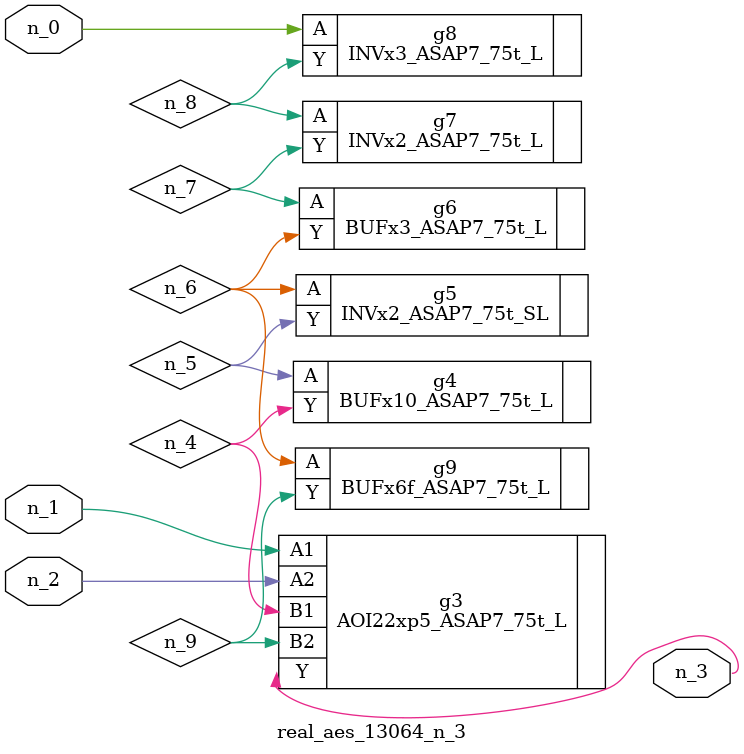
<source format=v>
module real_aes_13064_n_3 (n_0, n_2, n_1, n_3);
input n_0;
input n_2;
input n_1;
output n_3;
wire n_4;
wire n_5;
wire n_7;
wire n_9;
wire n_6;
wire n_8;
INVx3_ASAP7_75t_L g8 ( .A(n_0), .Y(n_8) );
AOI22xp5_ASAP7_75t_L g3 ( .A1(n_1), .A2(n_2), .B1(n_4), .B2(n_9), .Y(n_3) );
BUFx10_ASAP7_75t_L g4 ( .A(n_5), .Y(n_4) );
INVx2_ASAP7_75t_SL g5 ( .A(n_6), .Y(n_5) );
BUFx6f_ASAP7_75t_L g9 ( .A(n_6), .Y(n_9) );
BUFx3_ASAP7_75t_L g6 ( .A(n_7), .Y(n_6) );
INVx2_ASAP7_75t_L g7 ( .A(n_8), .Y(n_7) );
endmodule
</source>
